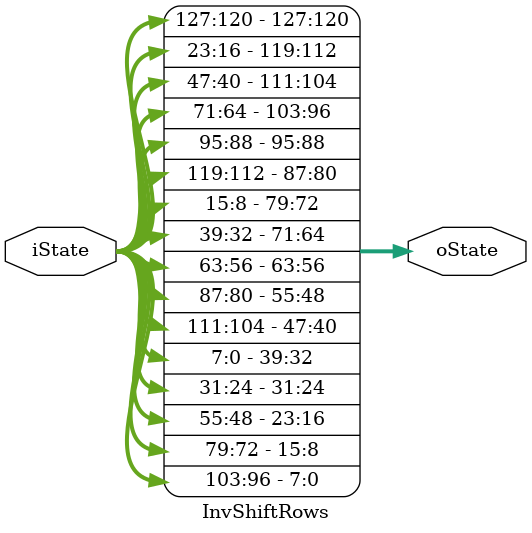
<source format=sv>
`timescale 1ns / 1ps

module InvShiftRows(
    input logic[127 : 0] iState,
    output logic[127 : 0] oState
  );

  always_comb
  begin
    /* column 0 no change */
    oState[120+:8] = iState[120+:8];
    oState[88+:8] = iState[88+:8];
    oState[56+:8] = iState[56+:8];
    oState[24+:8] = iState[24+:8];

    /*2nd column , column 1 , 1 shift down */
    oState [112+:8] = iState[16+:8];
    oState [80+:8] = iState[112+:8];
    oState [48+:8] = iState[80+:8];
    oState [16+:8] = iState[48+:8];

    /*3rd column , column 2 , 2 shifts down */
    oState [104+:8] = iState[40+:8];
    oState [72+:8] = iState[8+:8];
    oState [40+:8] = iState[104+:8];
    oState [8+:8] = iState[72+:8];

    /*4th column , column 3 , 3 shifts down */
    oState [96+:8] = iState[64+:8];
    oState [64+:8] = iState[32+:8];
    oState [32+:8] = iState[0+:8];
    oState [0+:8] = iState[96+:8];
  end;
endmodule

</source>
